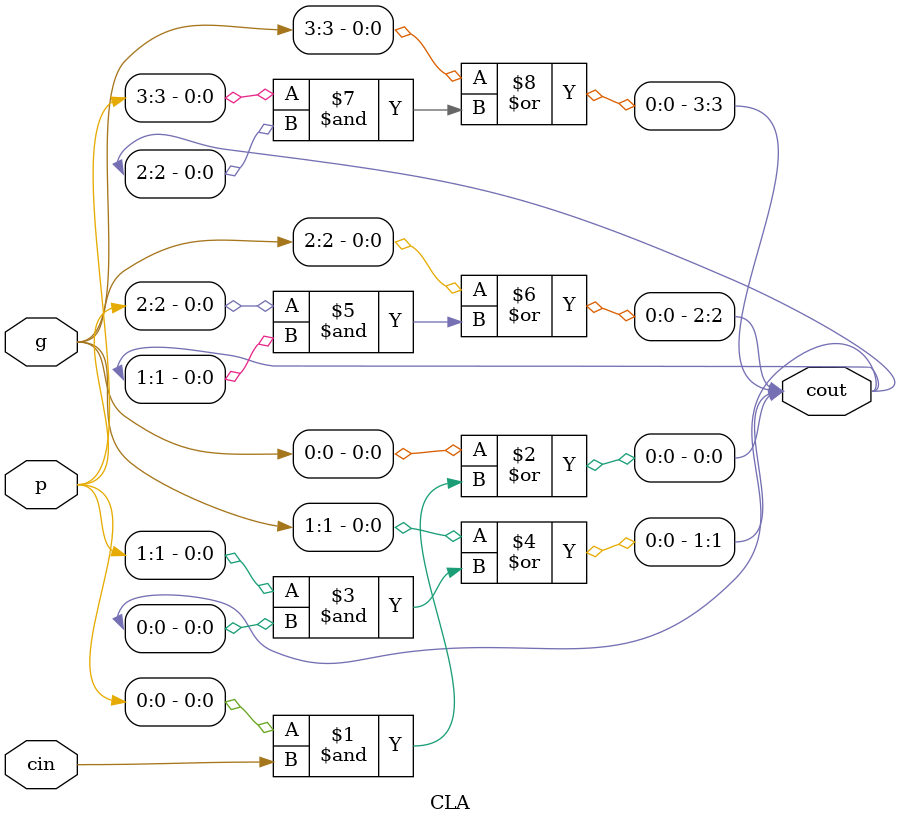
<source format=v>
`timescale 1ns / 1ps


module CLA(
    input cin,
    input [3:0] p,
    input [3:0] g,
    output [3:0] cout
    );
    
    assign cout[0] = g[0] | p[0]&cin;
    assign cout[1] = g[1] | p[1]&cout[0];
    assign cout[2] = g[2] | p[2]&cout[1];
    assign cout[3] = g[3] | p[3]&cout[2];
endmodule

</source>
